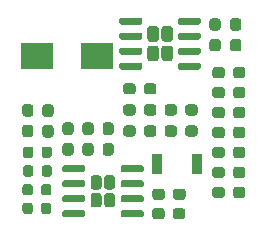
<source format=gbr>
%TF.GenerationSoftware,KiCad,Pcbnew,(5.1.6-0-10_14)*%
%TF.CreationDate,2020-10-30T22:45:03+08:00*%
%TF.ProjectId,Zeeuss,5a656575-7373-42e6-9b69-6361645f7063,rev?*%
%TF.SameCoordinates,Original*%
%TF.FileFunction,Paste,Top*%
%TF.FilePolarity,Positive*%
%FSLAX46Y46*%
G04 Gerber Fmt 4.6, Leading zero omitted, Abs format (unit mm)*
G04 Created by KiCad (PCBNEW (5.1.6-0-10_14)) date 2020-10-30 22:45:03*
%MOMM*%
%LPD*%
G01*
G04 APERTURE LIST*
%ADD10R,0.900000X1.700000*%
%ADD11R,2.700000X2.200000*%
G04 APERTURE END LIST*
%TO.C,C12*%
G36*
G01*
X118275000Y-108870832D02*
X118275000Y-108395832D01*
G75*
G02*
X118512500Y-108158332I237500J0D01*
G01*
X119087500Y-108158332D01*
G75*
G02*
X119325000Y-108395832I0J-237500D01*
G01*
X119325000Y-108870832D01*
G75*
G02*
X119087500Y-109108332I-237500J0D01*
G01*
X118512500Y-109108332D01*
G75*
G02*
X118275000Y-108870832I0J237500D01*
G01*
G37*
G36*
G01*
X116525000Y-108870832D02*
X116525000Y-108395832D01*
G75*
G02*
X116762500Y-108158332I237500J0D01*
G01*
X117337500Y-108158332D01*
G75*
G02*
X117575000Y-108395832I0J-237500D01*
G01*
X117575000Y-108870832D01*
G75*
G02*
X117337500Y-109108332I-237500J0D01*
G01*
X116762500Y-109108332D01*
G75*
G02*
X116525000Y-108870832I0J237500D01*
G01*
G37*
%TD*%
%TO.C,C11*%
G36*
G01*
X118275000Y-113945830D02*
X118275000Y-113470830D01*
G75*
G02*
X118512500Y-113233330I237500J0D01*
G01*
X119087500Y-113233330D01*
G75*
G02*
X119325000Y-113470830I0J-237500D01*
G01*
X119325000Y-113945830D01*
G75*
G02*
X119087500Y-114183330I-237500J0D01*
G01*
X118512500Y-114183330D01*
G75*
G02*
X118275000Y-113945830I0J237500D01*
G01*
G37*
G36*
G01*
X116525000Y-113945830D02*
X116525000Y-113470830D01*
G75*
G02*
X116762500Y-113233330I237500J0D01*
G01*
X117337500Y-113233330D01*
G75*
G02*
X117575000Y-113470830I0J-237500D01*
G01*
X117575000Y-113945830D01*
G75*
G02*
X117337500Y-114183330I-237500J0D01*
G01*
X116762500Y-114183330D01*
G75*
G02*
X116525000Y-113945830I0J237500D01*
G01*
G37*
%TD*%
%TO.C,C10*%
G36*
G01*
X118275000Y-112254164D02*
X118275000Y-111779164D01*
G75*
G02*
X118512500Y-111541664I237500J0D01*
G01*
X119087500Y-111541664D01*
G75*
G02*
X119325000Y-111779164I0J-237500D01*
G01*
X119325000Y-112254164D01*
G75*
G02*
X119087500Y-112491664I-237500J0D01*
G01*
X118512500Y-112491664D01*
G75*
G02*
X118275000Y-112254164I0J237500D01*
G01*
G37*
G36*
G01*
X116525000Y-112254164D02*
X116525000Y-111779164D01*
G75*
G02*
X116762500Y-111541664I237500J0D01*
G01*
X117337500Y-111541664D01*
G75*
G02*
X117575000Y-111779164I0J-237500D01*
G01*
X117575000Y-112254164D01*
G75*
G02*
X117337500Y-112491664I-237500J0D01*
G01*
X116762500Y-112491664D01*
G75*
G02*
X116525000Y-112254164I0J237500D01*
G01*
G37*
%TD*%
%TO.C,C5*%
G36*
G01*
X118275000Y-115637500D02*
X118275000Y-115162500D01*
G75*
G02*
X118512500Y-114925000I237500J0D01*
G01*
X119087500Y-114925000D01*
G75*
G02*
X119325000Y-115162500I0J-237500D01*
G01*
X119325000Y-115637500D01*
G75*
G02*
X119087500Y-115875000I-237500J0D01*
G01*
X118512500Y-115875000D01*
G75*
G02*
X118275000Y-115637500I0J237500D01*
G01*
G37*
G36*
G01*
X116525000Y-115637500D02*
X116525000Y-115162500D01*
G75*
G02*
X116762500Y-114925000I237500J0D01*
G01*
X117337500Y-114925000D01*
G75*
G02*
X117575000Y-115162500I0J-237500D01*
G01*
X117575000Y-115637500D01*
G75*
G02*
X117337500Y-115875000I-237500J0D01*
G01*
X116762500Y-115875000D01*
G75*
G02*
X116525000Y-115637500I0J237500D01*
G01*
G37*
%TD*%
%TO.C,C2*%
G36*
G01*
X118275000Y-110562498D02*
X118275000Y-110087498D01*
G75*
G02*
X118512500Y-109849998I237500J0D01*
G01*
X119087500Y-109849998D01*
G75*
G02*
X119325000Y-110087498I0J-237500D01*
G01*
X119325000Y-110562498D01*
G75*
G02*
X119087500Y-110799998I-237500J0D01*
G01*
X118512500Y-110799998D01*
G75*
G02*
X118275000Y-110562498I0J237500D01*
G01*
G37*
G36*
G01*
X116525000Y-110562498D02*
X116525000Y-110087498D01*
G75*
G02*
X116762500Y-109849998I237500J0D01*
G01*
X117337500Y-109849998D01*
G75*
G02*
X117575000Y-110087498I0J-237500D01*
G01*
X117575000Y-110562498D01*
G75*
G02*
X117337500Y-110799998I-237500J0D01*
G01*
X116762500Y-110799998D01*
G75*
G02*
X116525000Y-110562498I0J237500D01*
G01*
G37*
%TD*%
%TO.C,C1*%
G36*
G01*
X118275000Y-107179166D02*
X118275000Y-106704166D01*
G75*
G02*
X118512500Y-106466666I237500J0D01*
G01*
X119087500Y-106466666D01*
G75*
G02*
X119325000Y-106704166I0J-237500D01*
G01*
X119325000Y-107179166D01*
G75*
G02*
X119087500Y-107416666I-237500J0D01*
G01*
X118512500Y-107416666D01*
G75*
G02*
X118275000Y-107179166I0J237500D01*
G01*
G37*
G36*
G01*
X116525000Y-107179166D02*
X116525000Y-106704166D01*
G75*
G02*
X116762500Y-106466666I237500J0D01*
G01*
X117337500Y-106466666D01*
G75*
G02*
X117575000Y-106704166I0J-237500D01*
G01*
X117575000Y-107179166D01*
G75*
G02*
X117337500Y-107416666I-237500J0D01*
G01*
X116762500Y-107416666D01*
G75*
G02*
X116525000Y-107179166I0J237500D01*
G01*
G37*
%TD*%
%TO.C,U2*%
G36*
G01*
X107360000Y-116425000D02*
X107360000Y-115675000D01*
G75*
G02*
X107590000Y-115445000I230000J0D01*
G01*
X108050000Y-115445000D01*
G75*
G02*
X108280000Y-115675000I0J-230000D01*
G01*
X108280000Y-116425000D01*
G75*
G02*
X108050000Y-116655000I-230000J0D01*
G01*
X107590000Y-116655000D01*
G75*
G02*
X107360000Y-116425000I0J230000D01*
G01*
G37*
G36*
G01*
X107360000Y-114925000D02*
X107360000Y-114175000D01*
G75*
G02*
X107590000Y-113945000I230000J0D01*
G01*
X108050000Y-113945000D01*
G75*
G02*
X108280000Y-114175000I0J-230000D01*
G01*
X108280000Y-114925000D01*
G75*
G02*
X108050000Y-115155000I-230000J0D01*
G01*
X107590000Y-115155000D01*
G75*
G02*
X107360000Y-114925000I0J230000D01*
G01*
G37*
G36*
G01*
X106220000Y-116425000D02*
X106220000Y-115675000D01*
G75*
G02*
X106450000Y-115445000I230000J0D01*
G01*
X106910000Y-115445000D01*
G75*
G02*
X107140000Y-115675000I0J-230000D01*
G01*
X107140000Y-116425000D01*
G75*
G02*
X106910000Y-116655000I-230000J0D01*
G01*
X106450000Y-116655000D01*
G75*
G02*
X106220000Y-116425000I0J230000D01*
G01*
G37*
G36*
G01*
X106220000Y-114925000D02*
X106220000Y-114175000D01*
G75*
G02*
X106450000Y-113945000I230000J0D01*
G01*
X106910000Y-113945000D01*
G75*
G02*
X107140000Y-114175000I0J-230000D01*
G01*
X107140000Y-114925000D01*
G75*
G02*
X106910000Y-115155000I-230000J0D01*
G01*
X106450000Y-115155000D01*
G75*
G02*
X106220000Y-114925000I0J230000D01*
G01*
G37*
G36*
G01*
X108750000Y-113545000D02*
X108750000Y-113245000D01*
G75*
G02*
X108900000Y-113095000I150000J0D01*
G01*
X110550000Y-113095000D01*
G75*
G02*
X110700000Y-113245000I0J-150000D01*
G01*
X110700000Y-113545000D01*
G75*
G02*
X110550000Y-113695000I-150000J0D01*
G01*
X108900000Y-113695000D01*
G75*
G02*
X108750000Y-113545000I0J150000D01*
G01*
G37*
G36*
G01*
X108750000Y-114815000D02*
X108750000Y-114515000D01*
G75*
G02*
X108900000Y-114365000I150000J0D01*
G01*
X110550000Y-114365000D01*
G75*
G02*
X110700000Y-114515000I0J-150000D01*
G01*
X110700000Y-114815000D01*
G75*
G02*
X110550000Y-114965000I-150000J0D01*
G01*
X108900000Y-114965000D01*
G75*
G02*
X108750000Y-114815000I0J150000D01*
G01*
G37*
G36*
G01*
X108750000Y-116085000D02*
X108750000Y-115785000D01*
G75*
G02*
X108900000Y-115635000I150000J0D01*
G01*
X110550000Y-115635000D01*
G75*
G02*
X110700000Y-115785000I0J-150000D01*
G01*
X110700000Y-116085000D01*
G75*
G02*
X110550000Y-116235000I-150000J0D01*
G01*
X108900000Y-116235000D01*
G75*
G02*
X108750000Y-116085000I0J150000D01*
G01*
G37*
G36*
G01*
X108750000Y-117355000D02*
X108750000Y-117055000D01*
G75*
G02*
X108900000Y-116905000I150000J0D01*
G01*
X110550000Y-116905000D01*
G75*
G02*
X110700000Y-117055000I0J-150000D01*
G01*
X110700000Y-117355000D01*
G75*
G02*
X110550000Y-117505000I-150000J0D01*
G01*
X108900000Y-117505000D01*
G75*
G02*
X108750000Y-117355000I0J150000D01*
G01*
G37*
G36*
G01*
X103800000Y-117355000D02*
X103800000Y-117055000D01*
G75*
G02*
X103950000Y-116905000I150000J0D01*
G01*
X105600000Y-116905000D01*
G75*
G02*
X105750000Y-117055000I0J-150000D01*
G01*
X105750000Y-117355000D01*
G75*
G02*
X105600000Y-117505000I-150000J0D01*
G01*
X103950000Y-117505000D01*
G75*
G02*
X103800000Y-117355000I0J150000D01*
G01*
G37*
G36*
G01*
X103800000Y-116085000D02*
X103800000Y-115785000D01*
G75*
G02*
X103950000Y-115635000I150000J0D01*
G01*
X105600000Y-115635000D01*
G75*
G02*
X105750000Y-115785000I0J-150000D01*
G01*
X105750000Y-116085000D01*
G75*
G02*
X105600000Y-116235000I-150000J0D01*
G01*
X103950000Y-116235000D01*
G75*
G02*
X103800000Y-116085000I0J150000D01*
G01*
G37*
G36*
G01*
X103800000Y-114815000D02*
X103800000Y-114515000D01*
G75*
G02*
X103950000Y-114365000I150000J0D01*
G01*
X105600000Y-114365000D01*
G75*
G02*
X105750000Y-114515000I0J-150000D01*
G01*
X105750000Y-114815000D01*
G75*
G02*
X105600000Y-114965000I-150000J0D01*
G01*
X103950000Y-114965000D01*
G75*
G02*
X103800000Y-114815000I0J150000D01*
G01*
G37*
G36*
G01*
X103800000Y-113545000D02*
X103800000Y-113245000D01*
G75*
G02*
X103950000Y-113095000I150000J0D01*
G01*
X105600000Y-113095000D01*
G75*
G02*
X105750000Y-113245000I0J-150000D01*
G01*
X105750000Y-113545000D01*
G75*
G02*
X105600000Y-113695000I-150000J0D01*
G01*
X103950000Y-113695000D01*
G75*
G02*
X103800000Y-113545000I0J150000D01*
G01*
G37*
%TD*%
%TO.C,U1*%
G36*
G01*
X111985000Y-101552500D02*
X111985000Y-102397500D01*
G75*
G02*
X111742500Y-102640000I-242500J0D01*
G01*
X111257500Y-102640000D01*
G75*
G02*
X111015000Y-102397500I0J242500D01*
G01*
X111015000Y-101552500D01*
G75*
G02*
X111257500Y-101310000I242500J0D01*
G01*
X111742500Y-101310000D01*
G75*
G02*
X111985000Y-101552500I0J-242500D01*
G01*
G37*
G36*
G01*
X111985000Y-103202500D02*
X111985000Y-104047500D01*
G75*
G02*
X111742500Y-104290000I-242500J0D01*
G01*
X111257500Y-104290000D01*
G75*
G02*
X111015000Y-104047500I0J242500D01*
G01*
X111015000Y-103202500D01*
G75*
G02*
X111257500Y-102960000I242500J0D01*
G01*
X111742500Y-102960000D01*
G75*
G02*
X111985000Y-103202500I0J-242500D01*
G01*
G37*
G36*
G01*
X113185000Y-101552500D02*
X113185000Y-102397500D01*
G75*
G02*
X112942500Y-102640000I-242500J0D01*
G01*
X112457500Y-102640000D01*
G75*
G02*
X112215000Y-102397500I0J242500D01*
G01*
X112215000Y-101552500D01*
G75*
G02*
X112457500Y-101310000I242500J0D01*
G01*
X112942500Y-101310000D01*
G75*
G02*
X113185000Y-101552500I0J-242500D01*
G01*
G37*
G36*
G01*
X113185000Y-103202500D02*
X113185000Y-104047500D01*
G75*
G02*
X112942500Y-104290000I-242500J0D01*
G01*
X112457500Y-104290000D01*
G75*
G02*
X112215000Y-104047500I0J242500D01*
G01*
X112215000Y-103202500D01*
G75*
G02*
X112457500Y-102960000I242500J0D01*
G01*
X112942500Y-102960000D01*
G75*
G02*
X113185000Y-103202500I0J-242500D01*
G01*
G37*
G36*
G01*
X110600000Y-104555000D02*
X110600000Y-104855000D01*
G75*
G02*
X110450000Y-105005000I-150000J0D01*
G01*
X108800000Y-105005000D01*
G75*
G02*
X108650000Y-104855000I0J150000D01*
G01*
X108650000Y-104555000D01*
G75*
G02*
X108800000Y-104405000I150000J0D01*
G01*
X110450000Y-104405000D01*
G75*
G02*
X110600000Y-104555000I0J-150000D01*
G01*
G37*
G36*
G01*
X110600000Y-103285000D02*
X110600000Y-103585000D01*
G75*
G02*
X110450000Y-103735000I-150000J0D01*
G01*
X108800000Y-103735000D01*
G75*
G02*
X108650000Y-103585000I0J150000D01*
G01*
X108650000Y-103285000D01*
G75*
G02*
X108800000Y-103135000I150000J0D01*
G01*
X110450000Y-103135000D01*
G75*
G02*
X110600000Y-103285000I0J-150000D01*
G01*
G37*
G36*
G01*
X110600000Y-102015000D02*
X110600000Y-102315000D01*
G75*
G02*
X110450000Y-102465000I-150000J0D01*
G01*
X108800000Y-102465000D01*
G75*
G02*
X108650000Y-102315000I0J150000D01*
G01*
X108650000Y-102015000D01*
G75*
G02*
X108800000Y-101865000I150000J0D01*
G01*
X110450000Y-101865000D01*
G75*
G02*
X110600000Y-102015000I0J-150000D01*
G01*
G37*
G36*
G01*
X110600000Y-100745000D02*
X110600000Y-101045000D01*
G75*
G02*
X110450000Y-101195000I-150000J0D01*
G01*
X108800000Y-101195000D01*
G75*
G02*
X108650000Y-101045000I0J150000D01*
G01*
X108650000Y-100745000D01*
G75*
G02*
X108800000Y-100595000I150000J0D01*
G01*
X110450000Y-100595000D01*
G75*
G02*
X110600000Y-100745000I0J-150000D01*
G01*
G37*
G36*
G01*
X115550000Y-100745000D02*
X115550000Y-101045000D01*
G75*
G02*
X115400000Y-101195000I-150000J0D01*
G01*
X113750000Y-101195000D01*
G75*
G02*
X113600000Y-101045000I0J150000D01*
G01*
X113600000Y-100745000D01*
G75*
G02*
X113750000Y-100595000I150000J0D01*
G01*
X115400000Y-100595000D01*
G75*
G02*
X115550000Y-100745000I0J-150000D01*
G01*
G37*
G36*
G01*
X115550000Y-102015000D02*
X115550000Y-102315000D01*
G75*
G02*
X115400000Y-102465000I-150000J0D01*
G01*
X113750000Y-102465000D01*
G75*
G02*
X113600000Y-102315000I0J150000D01*
G01*
X113600000Y-102015000D01*
G75*
G02*
X113750000Y-101865000I150000J0D01*
G01*
X115400000Y-101865000D01*
G75*
G02*
X115550000Y-102015000I0J-150000D01*
G01*
G37*
G36*
G01*
X115550000Y-103285000D02*
X115550000Y-103585000D01*
G75*
G02*
X115400000Y-103735000I-150000J0D01*
G01*
X113750000Y-103735000D01*
G75*
G02*
X113600000Y-103585000I0J150000D01*
G01*
X113600000Y-103285000D01*
G75*
G02*
X113750000Y-103135000I150000J0D01*
G01*
X115400000Y-103135000D01*
G75*
G02*
X115550000Y-103285000I0J-150000D01*
G01*
G37*
G36*
G01*
X115550000Y-104555000D02*
X115550000Y-104855000D01*
G75*
G02*
X115400000Y-105005000I-150000J0D01*
G01*
X113750000Y-105005000D01*
G75*
G02*
X113600000Y-104855000I0J150000D01*
G01*
X113600000Y-104555000D01*
G75*
G02*
X113750000Y-104405000I150000J0D01*
G01*
X115400000Y-104405000D01*
G75*
G02*
X115550000Y-104555000I0J-150000D01*
G01*
G37*
%TD*%
D10*
%TO.C,SW1*%
X111850000Y-113000000D03*
X115250000Y-113000000D03*
%TD*%
%TO.C,R10*%
G36*
G01*
X116512500Y-102400000D02*
X116987500Y-102400000D01*
G75*
G02*
X117225000Y-102637500I0J-237500D01*
G01*
X117225000Y-103212500D01*
G75*
G02*
X116987500Y-103450000I-237500J0D01*
G01*
X116512500Y-103450000D01*
G75*
G02*
X116275000Y-103212500I0J237500D01*
G01*
X116275000Y-102637500D01*
G75*
G02*
X116512500Y-102400000I237500J0D01*
G01*
G37*
G36*
G01*
X116512500Y-100650000D02*
X116987500Y-100650000D01*
G75*
G02*
X117225000Y-100887500I0J-237500D01*
G01*
X117225000Y-101462500D01*
G75*
G02*
X116987500Y-101700000I-237500J0D01*
G01*
X116512500Y-101700000D01*
G75*
G02*
X116275000Y-101462500I0J237500D01*
G01*
X116275000Y-100887500D01*
G75*
G02*
X116512500Y-100650000I237500J0D01*
G01*
G37*
%TD*%
%TO.C,R9*%
G36*
G01*
X118275000Y-105487500D02*
X118275000Y-105012500D01*
G75*
G02*
X118512500Y-104775000I237500J0D01*
G01*
X119087500Y-104775000D01*
G75*
G02*
X119325000Y-105012500I0J-237500D01*
G01*
X119325000Y-105487500D01*
G75*
G02*
X119087500Y-105725000I-237500J0D01*
G01*
X118512500Y-105725000D01*
G75*
G02*
X118275000Y-105487500I0J237500D01*
G01*
G37*
G36*
G01*
X116525000Y-105487500D02*
X116525000Y-105012500D01*
G75*
G02*
X116762500Y-104775000I237500J0D01*
G01*
X117337500Y-104775000D01*
G75*
G02*
X117575000Y-105012500I0J-237500D01*
G01*
X117575000Y-105487500D01*
G75*
G02*
X117337500Y-105725000I-237500J0D01*
G01*
X116762500Y-105725000D01*
G75*
G02*
X116525000Y-105487500I0J237500D01*
G01*
G37*
%TD*%
%TO.C,R5*%
G36*
G01*
X102362500Y-109700000D02*
X102837500Y-109700000D01*
G75*
G02*
X103075000Y-109937500I0J-237500D01*
G01*
X103075000Y-110512500D01*
G75*
G02*
X102837500Y-110750000I-237500J0D01*
G01*
X102362500Y-110750000D01*
G75*
G02*
X102125000Y-110512500I0J237500D01*
G01*
X102125000Y-109937500D01*
G75*
G02*
X102362500Y-109700000I237500J0D01*
G01*
G37*
G36*
G01*
X102362500Y-107950000D02*
X102837500Y-107950000D01*
G75*
G02*
X103075000Y-108187500I0J-237500D01*
G01*
X103075000Y-108762500D01*
G75*
G02*
X102837500Y-109000000I-237500J0D01*
G01*
X102362500Y-109000000D01*
G75*
G02*
X102125000Y-108762500I0J237500D01*
G01*
X102125000Y-108187500D01*
G75*
G02*
X102362500Y-107950000I237500J0D01*
G01*
G37*
%TD*%
%TO.C,R3*%
G36*
G01*
X113175000Y-117437500D02*
X113175000Y-116962500D01*
G75*
G02*
X113412500Y-116725000I237500J0D01*
G01*
X113987500Y-116725000D01*
G75*
G02*
X114225000Y-116962500I0J-237500D01*
G01*
X114225000Y-117437500D01*
G75*
G02*
X113987500Y-117675000I-237500J0D01*
G01*
X113412500Y-117675000D01*
G75*
G02*
X113175000Y-117437500I0J237500D01*
G01*
G37*
G36*
G01*
X111425000Y-117437500D02*
X111425000Y-116962500D01*
G75*
G02*
X111662500Y-116725000I237500J0D01*
G01*
X112237500Y-116725000D01*
G75*
G02*
X112475000Y-116962500I0J-237500D01*
G01*
X112475000Y-117437500D01*
G75*
G02*
X112237500Y-117675000I-237500J0D01*
G01*
X111662500Y-117675000D01*
G75*
G02*
X111425000Y-117437500I0J237500D01*
G01*
G37*
%TD*%
%TO.C,R1*%
G36*
G01*
X106237500Y-110525000D02*
X105762500Y-110525000D01*
G75*
G02*
X105525000Y-110287500I0J237500D01*
G01*
X105525000Y-109712500D01*
G75*
G02*
X105762500Y-109475000I237500J0D01*
G01*
X106237500Y-109475000D01*
G75*
G02*
X106475000Y-109712500I0J-237500D01*
G01*
X106475000Y-110287500D01*
G75*
G02*
X106237500Y-110525000I-237500J0D01*
G01*
G37*
G36*
G01*
X106237500Y-112275000D02*
X105762500Y-112275000D01*
G75*
G02*
X105525000Y-112037500I0J237500D01*
G01*
X105525000Y-111462500D01*
G75*
G02*
X105762500Y-111225000I237500J0D01*
G01*
X106237500Y-111225000D01*
G75*
G02*
X106475000Y-111462500I0J-237500D01*
G01*
X106475000Y-112037500D01*
G75*
G02*
X106237500Y-112275000I-237500J0D01*
G01*
G37*
%TD*%
D11*
%TO.C,L2*%
X101650000Y-103850000D03*
X106750000Y-103850000D03*
%TD*%
%TO.C,D4*%
G36*
G01*
X101322500Y-116493749D02*
X101322500Y-117006249D01*
G75*
G02*
X101103750Y-117224999I-218750J0D01*
G01*
X100666250Y-117224999D01*
G75*
G02*
X100447500Y-117006249I0J218750D01*
G01*
X100447500Y-116493749D01*
G75*
G02*
X100666250Y-116274999I218750J0D01*
G01*
X101103750Y-116274999D01*
G75*
G02*
X101322500Y-116493749I0J-218750D01*
G01*
G37*
G36*
G01*
X102897500Y-116493749D02*
X102897500Y-117006249D01*
G75*
G02*
X102678750Y-117224999I-218750J0D01*
G01*
X102241250Y-117224999D01*
G75*
G02*
X102022500Y-117006249I0J218750D01*
G01*
X102022500Y-116493749D01*
G75*
G02*
X102241250Y-116274999I218750J0D01*
G01*
X102678750Y-116274999D01*
G75*
G02*
X102897500Y-116493749I0J-218750D01*
G01*
G37*
%TD*%
%TO.C,D3*%
G36*
G01*
X101322500Y-114910416D02*
X101322500Y-115422916D01*
G75*
G02*
X101103750Y-115641666I-218750J0D01*
G01*
X100666250Y-115641666D01*
G75*
G02*
X100447500Y-115422916I0J218750D01*
G01*
X100447500Y-114910416D01*
G75*
G02*
X100666250Y-114691666I218750J0D01*
G01*
X101103750Y-114691666D01*
G75*
G02*
X101322500Y-114910416I0J-218750D01*
G01*
G37*
G36*
G01*
X102897500Y-114910416D02*
X102897500Y-115422916D01*
G75*
G02*
X102678750Y-115641666I-218750J0D01*
G01*
X102241250Y-115641666D01*
G75*
G02*
X102022500Y-115422916I0J218750D01*
G01*
X102022500Y-114910416D01*
G75*
G02*
X102241250Y-114691666I218750J0D01*
G01*
X102678750Y-114691666D01*
G75*
G02*
X102897500Y-114910416I0J-218750D01*
G01*
G37*
%TD*%
%TO.C,D2*%
G36*
G01*
X102062500Y-113839583D02*
X102062500Y-113327083D01*
G75*
G02*
X102281250Y-113108333I218750J0D01*
G01*
X102718750Y-113108333D01*
G75*
G02*
X102937500Y-113327083I0J-218750D01*
G01*
X102937500Y-113839583D01*
G75*
G02*
X102718750Y-114058333I-218750J0D01*
G01*
X102281250Y-114058333D01*
G75*
G02*
X102062500Y-113839583I0J218750D01*
G01*
G37*
G36*
G01*
X100487500Y-113839583D02*
X100487500Y-113327083D01*
G75*
G02*
X100706250Y-113108333I218750J0D01*
G01*
X101143750Y-113108333D01*
G75*
G02*
X101362500Y-113327083I0J-218750D01*
G01*
X101362500Y-113839583D01*
G75*
G02*
X101143750Y-114058333I-218750J0D01*
G01*
X100706250Y-114058333D01*
G75*
G02*
X100487500Y-113839583I0J218750D01*
G01*
G37*
%TD*%
%TO.C,D1*%
G36*
G01*
X102062500Y-112256250D02*
X102062500Y-111743750D01*
G75*
G02*
X102281250Y-111525000I218750J0D01*
G01*
X102718750Y-111525000D01*
G75*
G02*
X102937500Y-111743750I0J-218750D01*
G01*
X102937500Y-112256250D01*
G75*
G02*
X102718750Y-112475000I-218750J0D01*
G01*
X102281250Y-112475000D01*
G75*
G02*
X102062500Y-112256250I0J218750D01*
G01*
G37*
G36*
G01*
X100487500Y-112256250D02*
X100487500Y-111743750D01*
G75*
G02*
X100706250Y-111525000I218750J0D01*
G01*
X101143750Y-111525000D01*
G75*
G02*
X101362500Y-111743750I0J-218750D01*
G01*
X101362500Y-112256250D01*
G75*
G02*
X101143750Y-112475000I-218750J0D01*
G01*
X100706250Y-112475000D01*
G75*
G02*
X100487500Y-112256250I0J218750D01*
G01*
G37*
%TD*%
%TO.C,C23*%
G36*
G01*
X118262500Y-102400000D02*
X118737500Y-102400000D01*
G75*
G02*
X118975000Y-102637500I0J-237500D01*
G01*
X118975000Y-103212500D01*
G75*
G02*
X118737500Y-103450000I-237500J0D01*
G01*
X118262500Y-103450000D01*
G75*
G02*
X118025000Y-103212500I0J237500D01*
G01*
X118025000Y-102637500D01*
G75*
G02*
X118262500Y-102400000I237500J0D01*
G01*
G37*
G36*
G01*
X118262500Y-100650000D02*
X118737500Y-100650000D01*
G75*
G02*
X118975000Y-100887500I0J-237500D01*
G01*
X118975000Y-101462500D01*
G75*
G02*
X118737500Y-101700000I-237500J0D01*
G01*
X118262500Y-101700000D01*
G75*
G02*
X118025000Y-101462500I0J237500D01*
G01*
X118025000Y-100887500D01*
G75*
G02*
X118262500Y-100650000I237500J0D01*
G01*
G37*
%TD*%
%TO.C,C22*%
G36*
G01*
X110025000Y-109962500D02*
X110025000Y-110437500D01*
G75*
G02*
X109787500Y-110675000I-237500J0D01*
G01*
X109212500Y-110675000D01*
G75*
G02*
X108975000Y-110437500I0J237500D01*
G01*
X108975000Y-109962500D01*
G75*
G02*
X109212500Y-109725000I237500J0D01*
G01*
X109787500Y-109725000D01*
G75*
G02*
X110025000Y-109962500I0J-237500D01*
G01*
G37*
G36*
G01*
X111775000Y-109962500D02*
X111775000Y-110437500D01*
G75*
G02*
X111537500Y-110675000I-237500J0D01*
G01*
X110962500Y-110675000D01*
G75*
G02*
X110725000Y-110437500I0J237500D01*
G01*
X110725000Y-109962500D01*
G75*
G02*
X110962500Y-109725000I237500J0D01*
G01*
X111537500Y-109725000D01*
G75*
G02*
X111775000Y-109962500I0J-237500D01*
G01*
G37*
%TD*%
%TO.C,C17*%
G36*
G01*
X100662500Y-109675000D02*
X101137500Y-109675000D01*
G75*
G02*
X101375000Y-109912500I0J-237500D01*
G01*
X101375000Y-110487500D01*
G75*
G02*
X101137500Y-110725000I-237500J0D01*
G01*
X100662500Y-110725000D01*
G75*
G02*
X100425000Y-110487500I0J237500D01*
G01*
X100425000Y-109912500D01*
G75*
G02*
X100662500Y-109675000I237500J0D01*
G01*
G37*
G36*
G01*
X100662500Y-107925000D02*
X101137500Y-107925000D01*
G75*
G02*
X101375000Y-108162500I0J-237500D01*
G01*
X101375000Y-108737500D01*
G75*
G02*
X101137500Y-108975000I-237500J0D01*
G01*
X100662500Y-108975000D01*
G75*
G02*
X100425000Y-108737500I0J237500D01*
G01*
X100425000Y-108162500D01*
G75*
G02*
X100662500Y-107925000I237500J0D01*
G01*
G37*
%TD*%
%TO.C,C15*%
G36*
G01*
X113200000Y-115787500D02*
X113200000Y-115312500D01*
G75*
G02*
X113437500Y-115075000I237500J0D01*
G01*
X114012500Y-115075000D01*
G75*
G02*
X114250000Y-115312500I0J-237500D01*
G01*
X114250000Y-115787500D01*
G75*
G02*
X114012500Y-116025000I-237500J0D01*
G01*
X113437500Y-116025000D01*
G75*
G02*
X113200000Y-115787500I0J237500D01*
G01*
G37*
G36*
G01*
X111450000Y-115787500D02*
X111450000Y-115312500D01*
G75*
G02*
X111687500Y-115075000I237500J0D01*
G01*
X112262500Y-115075000D01*
G75*
G02*
X112500000Y-115312500I0J-237500D01*
G01*
X112500000Y-115787500D01*
G75*
G02*
X112262500Y-116025000I-237500J0D01*
G01*
X111687500Y-116025000D01*
G75*
G02*
X111450000Y-115787500I0J237500D01*
G01*
G37*
%TD*%
%TO.C,C9*%
G36*
G01*
X114225000Y-110437500D02*
X114225000Y-109962500D01*
G75*
G02*
X114462500Y-109725000I237500J0D01*
G01*
X115037500Y-109725000D01*
G75*
G02*
X115275000Y-109962500I0J-237500D01*
G01*
X115275000Y-110437500D01*
G75*
G02*
X115037500Y-110675000I-237500J0D01*
G01*
X114462500Y-110675000D01*
G75*
G02*
X114225000Y-110437500I0J237500D01*
G01*
G37*
G36*
G01*
X112475000Y-110437500D02*
X112475000Y-109962500D01*
G75*
G02*
X112712500Y-109725000I237500J0D01*
G01*
X113287500Y-109725000D01*
G75*
G02*
X113525000Y-109962500I0J-237500D01*
G01*
X113525000Y-110437500D01*
G75*
G02*
X113287500Y-110675000I-237500J0D01*
G01*
X112712500Y-110675000D01*
G75*
G02*
X112475000Y-110437500I0J237500D01*
G01*
G37*
%TD*%
%TO.C,C8*%
G36*
G01*
X104537500Y-110525000D02*
X104062500Y-110525000D01*
G75*
G02*
X103825000Y-110287500I0J237500D01*
G01*
X103825000Y-109712500D01*
G75*
G02*
X104062500Y-109475000I237500J0D01*
G01*
X104537500Y-109475000D01*
G75*
G02*
X104775000Y-109712500I0J-237500D01*
G01*
X104775000Y-110287500D01*
G75*
G02*
X104537500Y-110525000I-237500J0D01*
G01*
G37*
G36*
G01*
X104537500Y-112275000D02*
X104062500Y-112275000D01*
G75*
G02*
X103825000Y-112037500I0J237500D01*
G01*
X103825000Y-111462500D01*
G75*
G02*
X104062500Y-111225000I237500J0D01*
G01*
X104537500Y-111225000D01*
G75*
G02*
X104775000Y-111462500I0J-237500D01*
G01*
X104775000Y-112037500D01*
G75*
G02*
X104537500Y-112275000I-237500J0D01*
G01*
G37*
%TD*%
%TO.C,C7*%
G36*
G01*
X110025000Y-108175000D02*
X110025000Y-108650000D01*
G75*
G02*
X109787500Y-108887500I-237500J0D01*
G01*
X109212500Y-108887500D01*
G75*
G02*
X108975000Y-108650000I0J237500D01*
G01*
X108975000Y-108175000D01*
G75*
G02*
X109212500Y-107937500I237500J0D01*
G01*
X109787500Y-107937500D01*
G75*
G02*
X110025000Y-108175000I0J-237500D01*
G01*
G37*
G36*
G01*
X111775000Y-108175000D02*
X111775000Y-108650000D01*
G75*
G02*
X111537500Y-108887500I-237500J0D01*
G01*
X110962500Y-108887500D01*
G75*
G02*
X110725000Y-108650000I0J237500D01*
G01*
X110725000Y-108175000D01*
G75*
G02*
X110962500Y-107937500I237500J0D01*
G01*
X111537500Y-107937500D01*
G75*
G02*
X111775000Y-108175000I0J-237500D01*
G01*
G37*
%TD*%
%TO.C,C6*%
G36*
G01*
X107462500Y-111225000D02*
X107937500Y-111225000D01*
G75*
G02*
X108175000Y-111462500I0J-237500D01*
G01*
X108175000Y-112037500D01*
G75*
G02*
X107937500Y-112275000I-237500J0D01*
G01*
X107462500Y-112275000D01*
G75*
G02*
X107225000Y-112037500I0J237500D01*
G01*
X107225000Y-111462500D01*
G75*
G02*
X107462500Y-111225000I237500J0D01*
G01*
G37*
G36*
G01*
X107462500Y-109475000D02*
X107937500Y-109475000D01*
G75*
G02*
X108175000Y-109712500I0J-237500D01*
G01*
X108175000Y-110287500D01*
G75*
G02*
X107937500Y-110525000I-237500J0D01*
G01*
X107462500Y-110525000D01*
G75*
G02*
X107225000Y-110287500I0J237500D01*
G01*
X107225000Y-109712500D01*
G75*
G02*
X107462500Y-109475000I237500J0D01*
G01*
G37*
%TD*%
%TO.C,C4*%
G36*
G01*
X114225000Y-108650000D02*
X114225000Y-108175000D01*
G75*
G02*
X114462500Y-107937500I237500J0D01*
G01*
X115037500Y-107937500D01*
G75*
G02*
X115275000Y-108175000I0J-237500D01*
G01*
X115275000Y-108650000D01*
G75*
G02*
X115037500Y-108887500I-237500J0D01*
G01*
X114462500Y-108887500D01*
G75*
G02*
X114225000Y-108650000I0J237500D01*
G01*
G37*
G36*
G01*
X112475000Y-108650000D02*
X112475000Y-108175000D01*
G75*
G02*
X112712500Y-107937500I237500J0D01*
G01*
X113287500Y-107937500D01*
G75*
G02*
X113525000Y-108175000I0J-237500D01*
G01*
X113525000Y-108650000D01*
G75*
G02*
X113287500Y-108887500I-237500J0D01*
G01*
X112712500Y-108887500D01*
G75*
G02*
X112475000Y-108650000I0J237500D01*
G01*
G37*
%TD*%
%TO.C,C3*%
G36*
G01*
X110025000Y-106387500D02*
X110025000Y-106862500D01*
G75*
G02*
X109787500Y-107100000I-237500J0D01*
G01*
X109212500Y-107100000D01*
G75*
G02*
X108975000Y-106862500I0J237500D01*
G01*
X108975000Y-106387500D01*
G75*
G02*
X109212500Y-106150000I237500J0D01*
G01*
X109787500Y-106150000D01*
G75*
G02*
X110025000Y-106387500I0J-237500D01*
G01*
G37*
G36*
G01*
X111775000Y-106387500D02*
X111775000Y-106862500D01*
G75*
G02*
X111537500Y-107100000I-237500J0D01*
G01*
X110962500Y-107100000D01*
G75*
G02*
X110725000Y-106862500I0J237500D01*
G01*
X110725000Y-106387500D01*
G75*
G02*
X110962500Y-106150000I237500J0D01*
G01*
X111537500Y-106150000D01*
G75*
G02*
X111775000Y-106387500I0J-237500D01*
G01*
G37*
%TD*%
M02*

</source>
